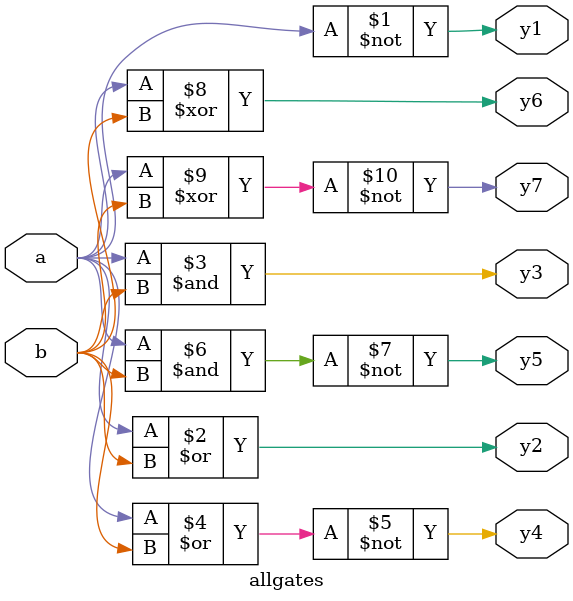
<source format=v>

module allgates(a,b,y1,y2,y3,y4,y5,y6,y7);
input a,b;
output y1,y2,y3,y4,y5,y6,y7;
assign y1=~a;
assign y2=a|b;
assign y3=a&b;
assign y4=~(a|b);
assign y5=~(a&b);
assign y6=a^b;
assign y7=~(a^b);
endmodule

</source>
